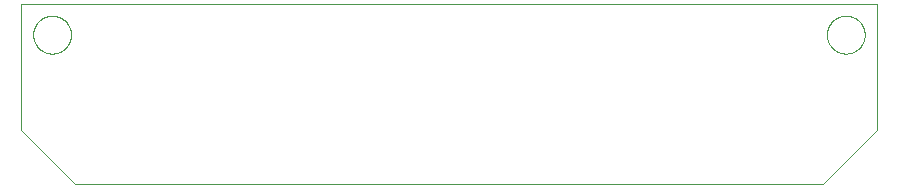
<source format=gbo>
G75*
%MOIN*%
%OFA0B0*%
%FSLAX25Y25*%
%IPPOS*%
%LPD*%
%AMOC8*
5,1,8,0,0,1.08239X$1,22.5*
%
%ADD10C,0.00000*%
D10*
X0018917Y0001200D02*
X0268523Y0001200D01*
X0286239Y0018917D01*
X0286239Y0061043D01*
X0001200Y0061043D01*
X0001200Y0018917D01*
X0018917Y0001200D01*
X0005137Y0050806D02*
X0005139Y0050964D01*
X0005145Y0051122D01*
X0005155Y0051280D01*
X0005169Y0051438D01*
X0005187Y0051595D01*
X0005208Y0051752D01*
X0005234Y0051908D01*
X0005264Y0052064D01*
X0005297Y0052219D01*
X0005335Y0052372D01*
X0005376Y0052525D01*
X0005421Y0052677D01*
X0005470Y0052828D01*
X0005523Y0052977D01*
X0005579Y0053125D01*
X0005639Y0053271D01*
X0005703Y0053416D01*
X0005771Y0053559D01*
X0005842Y0053701D01*
X0005916Y0053841D01*
X0005994Y0053978D01*
X0006076Y0054114D01*
X0006160Y0054248D01*
X0006249Y0054379D01*
X0006340Y0054508D01*
X0006435Y0054635D01*
X0006532Y0054760D01*
X0006633Y0054882D01*
X0006737Y0055001D01*
X0006844Y0055118D01*
X0006954Y0055232D01*
X0007067Y0055343D01*
X0007182Y0055452D01*
X0007300Y0055557D01*
X0007421Y0055659D01*
X0007544Y0055759D01*
X0007670Y0055855D01*
X0007798Y0055948D01*
X0007928Y0056038D01*
X0008061Y0056124D01*
X0008196Y0056208D01*
X0008332Y0056287D01*
X0008471Y0056364D01*
X0008612Y0056436D01*
X0008754Y0056506D01*
X0008898Y0056571D01*
X0009044Y0056633D01*
X0009191Y0056691D01*
X0009340Y0056746D01*
X0009490Y0056797D01*
X0009641Y0056844D01*
X0009793Y0056887D01*
X0009946Y0056926D01*
X0010101Y0056962D01*
X0010256Y0056993D01*
X0010412Y0057021D01*
X0010568Y0057045D01*
X0010725Y0057065D01*
X0010883Y0057081D01*
X0011040Y0057093D01*
X0011199Y0057101D01*
X0011357Y0057105D01*
X0011515Y0057105D01*
X0011673Y0057101D01*
X0011832Y0057093D01*
X0011989Y0057081D01*
X0012147Y0057065D01*
X0012304Y0057045D01*
X0012460Y0057021D01*
X0012616Y0056993D01*
X0012771Y0056962D01*
X0012926Y0056926D01*
X0013079Y0056887D01*
X0013231Y0056844D01*
X0013382Y0056797D01*
X0013532Y0056746D01*
X0013681Y0056691D01*
X0013828Y0056633D01*
X0013974Y0056571D01*
X0014118Y0056506D01*
X0014260Y0056436D01*
X0014401Y0056364D01*
X0014540Y0056287D01*
X0014676Y0056208D01*
X0014811Y0056124D01*
X0014944Y0056038D01*
X0015074Y0055948D01*
X0015202Y0055855D01*
X0015328Y0055759D01*
X0015451Y0055659D01*
X0015572Y0055557D01*
X0015690Y0055452D01*
X0015805Y0055343D01*
X0015918Y0055232D01*
X0016028Y0055118D01*
X0016135Y0055001D01*
X0016239Y0054882D01*
X0016340Y0054760D01*
X0016437Y0054635D01*
X0016532Y0054508D01*
X0016623Y0054379D01*
X0016712Y0054248D01*
X0016796Y0054114D01*
X0016878Y0053978D01*
X0016956Y0053841D01*
X0017030Y0053701D01*
X0017101Y0053559D01*
X0017169Y0053416D01*
X0017233Y0053271D01*
X0017293Y0053125D01*
X0017349Y0052977D01*
X0017402Y0052828D01*
X0017451Y0052677D01*
X0017496Y0052525D01*
X0017537Y0052372D01*
X0017575Y0052219D01*
X0017608Y0052064D01*
X0017638Y0051908D01*
X0017664Y0051752D01*
X0017685Y0051595D01*
X0017703Y0051438D01*
X0017717Y0051280D01*
X0017727Y0051122D01*
X0017733Y0050964D01*
X0017735Y0050806D01*
X0017733Y0050648D01*
X0017727Y0050490D01*
X0017717Y0050332D01*
X0017703Y0050174D01*
X0017685Y0050017D01*
X0017664Y0049860D01*
X0017638Y0049704D01*
X0017608Y0049548D01*
X0017575Y0049393D01*
X0017537Y0049240D01*
X0017496Y0049087D01*
X0017451Y0048935D01*
X0017402Y0048784D01*
X0017349Y0048635D01*
X0017293Y0048487D01*
X0017233Y0048341D01*
X0017169Y0048196D01*
X0017101Y0048053D01*
X0017030Y0047911D01*
X0016956Y0047771D01*
X0016878Y0047634D01*
X0016796Y0047498D01*
X0016712Y0047364D01*
X0016623Y0047233D01*
X0016532Y0047104D01*
X0016437Y0046977D01*
X0016340Y0046852D01*
X0016239Y0046730D01*
X0016135Y0046611D01*
X0016028Y0046494D01*
X0015918Y0046380D01*
X0015805Y0046269D01*
X0015690Y0046160D01*
X0015572Y0046055D01*
X0015451Y0045953D01*
X0015328Y0045853D01*
X0015202Y0045757D01*
X0015074Y0045664D01*
X0014944Y0045574D01*
X0014811Y0045488D01*
X0014676Y0045404D01*
X0014540Y0045325D01*
X0014401Y0045248D01*
X0014260Y0045176D01*
X0014118Y0045106D01*
X0013974Y0045041D01*
X0013828Y0044979D01*
X0013681Y0044921D01*
X0013532Y0044866D01*
X0013382Y0044815D01*
X0013231Y0044768D01*
X0013079Y0044725D01*
X0012926Y0044686D01*
X0012771Y0044650D01*
X0012616Y0044619D01*
X0012460Y0044591D01*
X0012304Y0044567D01*
X0012147Y0044547D01*
X0011989Y0044531D01*
X0011832Y0044519D01*
X0011673Y0044511D01*
X0011515Y0044507D01*
X0011357Y0044507D01*
X0011199Y0044511D01*
X0011040Y0044519D01*
X0010883Y0044531D01*
X0010725Y0044547D01*
X0010568Y0044567D01*
X0010412Y0044591D01*
X0010256Y0044619D01*
X0010101Y0044650D01*
X0009946Y0044686D01*
X0009793Y0044725D01*
X0009641Y0044768D01*
X0009490Y0044815D01*
X0009340Y0044866D01*
X0009191Y0044921D01*
X0009044Y0044979D01*
X0008898Y0045041D01*
X0008754Y0045106D01*
X0008612Y0045176D01*
X0008471Y0045248D01*
X0008332Y0045325D01*
X0008196Y0045404D01*
X0008061Y0045488D01*
X0007928Y0045574D01*
X0007798Y0045664D01*
X0007670Y0045757D01*
X0007544Y0045853D01*
X0007421Y0045953D01*
X0007300Y0046055D01*
X0007182Y0046160D01*
X0007067Y0046269D01*
X0006954Y0046380D01*
X0006844Y0046494D01*
X0006737Y0046611D01*
X0006633Y0046730D01*
X0006532Y0046852D01*
X0006435Y0046977D01*
X0006340Y0047104D01*
X0006249Y0047233D01*
X0006160Y0047364D01*
X0006076Y0047498D01*
X0005994Y0047634D01*
X0005916Y0047771D01*
X0005842Y0047911D01*
X0005771Y0048053D01*
X0005703Y0048196D01*
X0005639Y0048341D01*
X0005579Y0048487D01*
X0005523Y0048635D01*
X0005470Y0048784D01*
X0005421Y0048935D01*
X0005376Y0049087D01*
X0005335Y0049240D01*
X0005297Y0049393D01*
X0005264Y0049548D01*
X0005234Y0049704D01*
X0005208Y0049860D01*
X0005187Y0050017D01*
X0005169Y0050174D01*
X0005155Y0050332D01*
X0005145Y0050490D01*
X0005139Y0050648D01*
X0005137Y0050806D01*
X0269704Y0050806D02*
X0269706Y0050964D01*
X0269712Y0051122D01*
X0269722Y0051280D01*
X0269736Y0051438D01*
X0269754Y0051595D01*
X0269775Y0051752D01*
X0269801Y0051908D01*
X0269831Y0052064D01*
X0269864Y0052219D01*
X0269902Y0052372D01*
X0269943Y0052525D01*
X0269988Y0052677D01*
X0270037Y0052828D01*
X0270090Y0052977D01*
X0270146Y0053125D01*
X0270206Y0053271D01*
X0270270Y0053416D01*
X0270338Y0053559D01*
X0270409Y0053701D01*
X0270483Y0053841D01*
X0270561Y0053978D01*
X0270643Y0054114D01*
X0270727Y0054248D01*
X0270816Y0054379D01*
X0270907Y0054508D01*
X0271002Y0054635D01*
X0271099Y0054760D01*
X0271200Y0054882D01*
X0271304Y0055001D01*
X0271411Y0055118D01*
X0271521Y0055232D01*
X0271634Y0055343D01*
X0271749Y0055452D01*
X0271867Y0055557D01*
X0271988Y0055659D01*
X0272111Y0055759D01*
X0272237Y0055855D01*
X0272365Y0055948D01*
X0272495Y0056038D01*
X0272628Y0056124D01*
X0272763Y0056208D01*
X0272899Y0056287D01*
X0273038Y0056364D01*
X0273179Y0056436D01*
X0273321Y0056506D01*
X0273465Y0056571D01*
X0273611Y0056633D01*
X0273758Y0056691D01*
X0273907Y0056746D01*
X0274057Y0056797D01*
X0274208Y0056844D01*
X0274360Y0056887D01*
X0274513Y0056926D01*
X0274668Y0056962D01*
X0274823Y0056993D01*
X0274979Y0057021D01*
X0275135Y0057045D01*
X0275292Y0057065D01*
X0275450Y0057081D01*
X0275607Y0057093D01*
X0275766Y0057101D01*
X0275924Y0057105D01*
X0276082Y0057105D01*
X0276240Y0057101D01*
X0276399Y0057093D01*
X0276556Y0057081D01*
X0276714Y0057065D01*
X0276871Y0057045D01*
X0277027Y0057021D01*
X0277183Y0056993D01*
X0277338Y0056962D01*
X0277493Y0056926D01*
X0277646Y0056887D01*
X0277798Y0056844D01*
X0277949Y0056797D01*
X0278099Y0056746D01*
X0278248Y0056691D01*
X0278395Y0056633D01*
X0278541Y0056571D01*
X0278685Y0056506D01*
X0278827Y0056436D01*
X0278968Y0056364D01*
X0279107Y0056287D01*
X0279243Y0056208D01*
X0279378Y0056124D01*
X0279511Y0056038D01*
X0279641Y0055948D01*
X0279769Y0055855D01*
X0279895Y0055759D01*
X0280018Y0055659D01*
X0280139Y0055557D01*
X0280257Y0055452D01*
X0280372Y0055343D01*
X0280485Y0055232D01*
X0280595Y0055118D01*
X0280702Y0055001D01*
X0280806Y0054882D01*
X0280907Y0054760D01*
X0281004Y0054635D01*
X0281099Y0054508D01*
X0281190Y0054379D01*
X0281279Y0054248D01*
X0281363Y0054114D01*
X0281445Y0053978D01*
X0281523Y0053841D01*
X0281597Y0053701D01*
X0281668Y0053559D01*
X0281736Y0053416D01*
X0281800Y0053271D01*
X0281860Y0053125D01*
X0281916Y0052977D01*
X0281969Y0052828D01*
X0282018Y0052677D01*
X0282063Y0052525D01*
X0282104Y0052372D01*
X0282142Y0052219D01*
X0282175Y0052064D01*
X0282205Y0051908D01*
X0282231Y0051752D01*
X0282252Y0051595D01*
X0282270Y0051438D01*
X0282284Y0051280D01*
X0282294Y0051122D01*
X0282300Y0050964D01*
X0282302Y0050806D01*
X0282300Y0050648D01*
X0282294Y0050490D01*
X0282284Y0050332D01*
X0282270Y0050174D01*
X0282252Y0050017D01*
X0282231Y0049860D01*
X0282205Y0049704D01*
X0282175Y0049548D01*
X0282142Y0049393D01*
X0282104Y0049240D01*
X0282063Y0049087D01*
X0282018Y0048935D01*
X0281969Y0048784D01*
X0281916Y0048635D01*
X0281860Y0048487D01*
X0281800Y0048341D01*
X0281736Y0048196D01*
X0281668Y0048053D01*
X0281597Y0047911D01*
X0281523Y0047771D01*
X0281445Y0047634D01*
X0281363Y0047498D01*
X0281279Y0047364D01*
X0281190Y0047233D01*
X0281099Y0047104D01*
X0281004Y0046977D01*
X0280907Y0046852D01*
X0280806Y0046730D01*
X0280702Y0046611D01*
X0280595Y0046494D01*
X0280485Y0046380D01*
X0280372Y0046269D01*
X0280257Y0046160D01*
X0280139Y0046055D01*
X0280018Y0045953D01*
X0279895Y0045853D01*
X0279769Y0045757D01*
X0279641Y0045664D01*
X0279511Y0045574D01*
X0279378Y0045488D01*
X0279243Y0045404D01*
X0279107Y0045325D01*
X0278968Y0045248D01*
X0278827Y0045176D01*
X0278685Y0045106D01*
X0278541Y0045041D01*
X0278395Y0044979D01*
X0278248Y0044921D01*
X0278099Y0044866D01*
X0277949Y0044815D01*
X0277798Y0044768D01*
X0277646Y0044725D01*
X0277493Y0044686D01*
X0277338Y0044650D01*
X0277183Y0044619D01*
X0277027Y0044591D01*
X0276871Y0044567D01*
X0276714Y0044547D01*
X0276556Y0044531D01*
X0276399Y0044519D01*
X0276240Y0044511D01*
X0276082Y0044507D01*
X0275924Y0044507D01*
X0275766Y0044511D01*
X0275607Y0044519D01*
X0275450Y0044531D01*
X0275292Y0044547D01*
X0275135Y0044567D01*
X0274979Y0044591D01*
X0274823Y0044619D01*
X0274668Y0044650D01*
X0274513Y0044686D01*
X0274360Y0044725D01*
X0274208Y0044768D01*
X0274057Y0044815D01*
X0273907Y0044866D01*
X0273758Y0044921D01*
X0273611Y0044979D01*
X0273465Y0045041D01*
X0273321Y0045106D01*
X0273179Y0045176D01*
X0273038Y0045248D01*
X0272899Y0045325D01*
X0272763Y0045404D01*
X0272628Y0045488D01*
X0272495Y0045574D01*
X0272365Y0045664D01*
X0272237Y0045757D01*
X0272111Y0045853D01*
X0271988Y0045953D01*
X0271867Y0046055D01*
X0271749Y0046160D01*
X0271634Y0046269D01*
X0271521Y0046380D01*
X0271411Y0046494D01*
X0271304Y0046611D01*
X0271200Y0046730D01*
X0271099Y0046852D01*
X0271002Y0046977D01*
X0270907Y0047104D01*
X0270816Y0047233D01*
X0270727Y0047364D01*
X0270643Y0047498D01*
X0270561Y0047634D01*
X0270483Y0047771D01*
X0270409Y0047911D01*
X0270338Y0048053D01*
X0270270Y0048196D01*
X0270206Y0048341D01*
X0270146Y0048487D01*
X0270090Y0048635D01*
X0270037Y0048784D01*
X0269988Y0048935D01*
X0269943Y0049087D01*
X0269902Y0049240D01*
X0269864Y0049393D01*
X0269831Y0049548D01*
X0269801Y0049704D01*
X0269775Y0049860D01*
X0269754Y0050017D01*
X0269736Y0050174D01*
X0269722Y0050332D01*
X0269712Y0050490D01*
X0269706Y0050648D01*
X0269704Y0050806D01*
M02*

</source>
